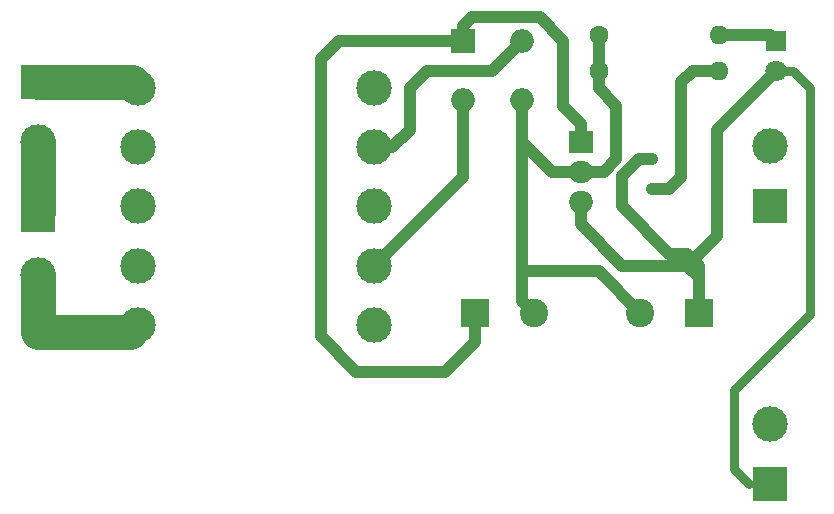
<source format=gbl>
G04 #@! TF.GenerationSoftware,KiCad,Pcbnew,5.0.2+dfsg1-1+deb10u1*
G04 #@! TF.CreationDate,2023-11-13T12:08:50+01:00*
G04 #@! TF.ProjectId,AlimentationSecteur2024v1,416c696d-656e-4746-9174-696f6e536563,rev?*
G04 #@! TF.SameCoordinates,Original*
G04 #@! TF.FileFunction,Copper,L2,Bot*
G04 #@! TF.FilePolarity,Positive*
%FSLAX46Y46*%
G04 Gerber Fmt 4.6, Leading zero omitted, Abs format (unit mm)*
G04 Created by KiCad (PCBNEW 5.0.2+dfsg1-1+deb10u1) date lun. 13 nov. 2023 12:08:50 CET*
%MOMM*%
%LPD*%
G01*
G04 APERTURE LIST*
G04 #@! TA.AperFunction,ComponentPad*
%ADD10C,3.000000*%
G04 #@! TD*
G04 #@! TA.AperFunction,ComponentPad*
%ADD11R,3.000000X3.000000*%
G04 #@! TD*
G04 #@! TA.AperFunction,ComponentPad*
%ADD12R,2.400000X2.400000*%
G04 #@! TD*
G04 #@! TA.AperFunction,ComponentPad*
%ADD13C,2.400000*%
G04 #@! TD*
G04 #@! TA.AperFunction,ComponentPad*
%ADD14R,2.000000X1.905000*%
G04 #@! TD*
G04 #@! TA.AperFunction,ComponentPad*
%ADD15O,2.000000X1.905000*%
G04 #@! TD*
G04 #@! TA.AperFunction,ComponentPad*
%ADD16C,1.600000*%
G04 #@! TD*
G04 #@! TA.AperFunction,ComponentPad*
%ADD17O,1.600000X1.600000*%
G04 #@! TD*
G04 #@! TA.AperFunction,ComponentPad*
%ADD18R,1.800000X1.800000*%
G04 #@! TD*
G04 #@! TA.AperFunction,ComponentPad*
%ADD19C,1.800000*%
G04 #@! TD*
G04 #@! TA.AperFunction,ComponentPad*
%ADD20O,2.000000X2.000000*%
G04 #@! TD*
G04 #@! TA.AperFunction,ComponentPad*
%ADD21R,2.000000X2.000000*%
G04 #@! TD*
G04 #@! TA.AperFunction,ViaPad*
%ADD22C,0.800000*%
G04 #@! TD*
G04 #@! TA.AperFunction,Conductor*
%ADD23C,1.000000*%
G04 #@! TD*
G04 #@! TA.AperFunction,Conductor*
%ADD24C,0.250000*%
G04 #@! TD*
G04 #@! TA.AperFunction,Conductor*
%ADD25C,3.000000*%
G04 #@! TD*
G04 #@! TA.AperFunction,Conductor*
%ADD26C,0.750000*%
G04 #@! TD*
G04 APERTURE END LIST*
D10*
G04 #@! TO.P,+ LED Output -,2*
G04 #@! TO.N,N/C*
X177500000Y-115920000D03*
D11*
G04 #@! TO.P,+ LED Output -,1*
X177500000Y-121000000D03*
G04 #@! TD*
D10*
G04 #@! TO.P,Inter 230v ,2*
G04 #@! TO.N,N/C*
X115500000Y-103330000D03*
D11*
G04 #@! TO.P,Inter 230v ,1*
X115500000Y-98250000D03*
G04 #@! TD*
D10*
G04 #@! TO.P,230v / 12v,1*
G04 #@! TO.N,N/C*
X124000000Y-107500000D03*
G04 #@! TO.P,230v / 12v,2*
X124000000Y-102500000D03*
G04 #@! TO.P,230v / 12v,3*
X124000000Y-97500000D03*
G04 #@! TO.P,230v / 12v,4*
X124000000Y-92500000D03*
G04 #@! TO.P,230v / 12v,5*
X124000000Y-87500000D03*
G04 #@! TO.P,230v / 12v,6*
X144000000Y-87500000D03*
G04 #@! TO.P,230v / 12v,7*
X144000000Y-92500000D03*
G04 #@! TO.P,230v / 12v,8*
X144000000Y-97500000D03*
G04 #@! TO.P,230v / 12v,9*
X144000000Y-102500000D03*
G04 #@! TO.P,230v / 12v,10*
X144000000Y-107500000D03*
G04 #@! TD*
D12*
G04 #@! TO.P,1000uF,1*
G04 #@! TO.N,N/C*
X152500000Y-106500000D03*
D13*
G04 #@! TO.P,1000uF,2*
X157500000Y-106500000D03*
G04 #@! TD*
D14*
G04 #@! TO.P,RIT 7805,1*
G04 #@! TO.N,N/C*
X161500000Y-92000000D03*
D15*
G04 #@! TO.P,RIT 7805,2*
X161500000Y-94540000D03*
G04 #@! TO.P,RIT 7805,3*
X161500000Y-97080000D03*
G04 #@! TD*
D16*
G04 #@! TO.P,1K,1*
G04 #@! TO.N,N/C*
X163000000Y-83000000D03*
D17*
G04 #@! TO.P,1K,2*
X173160000Y-83000000D03*
G04 #@! TD*
D16*
G04 #@! TO.P,1K,1*
G04 #@! TO.N,N/C*
X163000000Y-86000000D03*
D17*
G04 #@! TO.P,1K,2*
X173160000Y-86000000D03*
G04 #@! TD*
D13*
G04 #@! TO.P,1000uF,2*
G04 #@! TO.N,N/C*
X166500000Y-106500000D03*
D12*
G04 #@! TO.P,1000uF,1*
X171500000Y-106500000D03*
G04 #@! TD*
D11*
G04 #@! TO.P,Secteur 230v ,1*
G04 #@! TO.N,N/C*
X115500000Y-87000000D03*
D10*
G04 #@! TO.P,Secteur 230v ,2*
X115500000Y-92080000D03*
G04 #@! TD*
D18*
G04 #@! TO.P,LED,1*
G04 #@! TO.N,N/C*
X178000000Y-83500000D03*
D19*
G04 #@! TO.P,LED,2*
X178000000Y-86040000D03*
G04 #@! TD*
D20*
G04 #@! TO.P,B40R,4*
G04 #@! TO.N,N/C*
X156500000Y-83500000D03*
G04 #@! TO.P,B40R,2*
X151500000Y-88500000D03*
G04 #@! TO.P,B40R,3*
X156500000Y-88500000D03*
D21*
G04 #@! TO.P,B40R,1*
X151500000Y-83500000D03*
G04 #@! TD*
D11*
G04 #@! TO.P,0v  / +5v,1*
G04 #@! TO.N,N/C*
X177500000Y-97500000D03*
D10*
G04 #@! TO.P,0v  / +5v,2*
X177500000Y-92420000D03*
G04 #@! TD*
D22*
G04 #@! TO.N,*
X167500000Y-93500000D03*
X167500000Y-96040000D03*
G04 #@! TD*
D23*
G04 #@! TO.N,*
X152500000Y-106500000D02*
X152500000Y-109000000D01*
X154000000Y-86000000D02*
X148500000Y-86000000D01*
D24*
X123500000Y-87000000D02*
X124000000Y-87500000D01*
D25*
X115500000Y-87000000D02*
X123500000Y-87000000D01*
D24*
X115500000Y-87000000D02*
X117250000Y-87000000D01*
X123340000Y-108160000D02*
X124000000Y-107500000D01*
D25*
X115500000Y-108160000D02*
X123340000Y-108160000D01*
X115500000Y-92080000D02*
X115500000Y-98000000D01*
D23*
X163000000Y-103000000D02*
X166500000Y-106500000D01*
X156500000Y-103000000D02*
X163000000Y-103000000D01*
X156500000Y-103000000D02*
X156500000Y-105500000D01*
X161500000Y-90500000D02*
X161500000Y-92000000D01*
X151500000Y-83500000D02*
X151500000Y-82250000D01*
X158000000Y-81500000D02*
X160000000Y-83500000D01*
X152250000Y-81500000D02*
X158000000Y-81500000D01*
X151500000Y-82250000D02*
X152250000Y-81500000D01*
X160000000Y-83500000D02*
X160000000Y-89000000D01*
X160000000Y-89000000D02*
X161500000Y-90500000D01*
X159040000Y-94540000D02*
X156500000Y-92000000D01*
X156500000Y-88500000D02*
X156500000Y-92000000D01*
X161500000Y-94540000D02*
X159040000Y-94540000D01*
X156500000Y-92000000D02*
X156500000Y-103000000D01*
D24*
X171500000Y-103500000D02*
X171500000Y-106500000D01*
D23*
X170500000Y-102500000D02*
X171500000Y-103500000D01*
X165000000Y-102500000D02*
X170500000Y-102500000D01*
X161500000Y-97080000D02*
X161500000Y-99000000D01*
X161500000Y-99000000D02*
X165000000Y-102500000D01*
X163000000Y-86000000D02*
X163000000Y-83000000D01*
X163000000Y-86000000D02*
X163000000Y-87131370D01*
D24*
X177500000Y-83000000D02*
X178000000Y-83500000D01*
D23*
X173160000Y-83000000D02*
X177500000Y-83000000D01*
X178000000Y-86040000D02*
X173040000Y-91000000D01*
X163460000Y-94540000D02*
X161500000Y-94540000D01*
X164500000Y-89000000D02*
X164500000Y-93500000D01*
X164500000Y-93500000D02*
X163460000Y-94540000D01*
X168960000Y-96040000D02*
X167500000Y-96040000D01*
X170000000Y-95000000D02*
X168960000Y-96040000D01*
X170000000Y-90000000D02*
X170000000Y-95000000D01*
X171500000Y-102500000D02*
X171500000Y-106500000D01*
X167500000Y-93500000D02*
X167500000Y-93500000D01*
X165000000Y-97500000D02*
X169000000Y-101500000D01*
X169000000Y-101500000D02*
X170500000Y-101500000D01*
X165000000Y-94950000D02*
X165000000Y-97500000D01*
X166450000Y-93500000D02*
X165000000Y-94950000D01*
X167500000Y-93500000D02*
X166450000Y-93500000D01*
X167500000Y-96040000D02*
X167500000Y-96040000D01*
X151500000Y-95000000D02*
X151500000Y-88500000D01*
X150000000Y-96500000D02*
X151500000Y-95000000D01*
X163000000Y-87500000D02*
X164500000Y-89000000D01*
D24*
X163000000Y-87131370D02*
X163000000Y-87500000D01*
D23*
X150000000Y-111500000D02*
X142500000Y-111500000D01*
X142500000Y-111500000D02*
X139500000Y-108500000D01*
X139500000Y-108500000D02*
X139500000Y-85000000D01*
X141000000Y-83500000D02*
X151500000Y-83500000D01*
X139500000Y-85000000D02*
X141000000Y-83500000D01*
X147000000Y-91000000D02*
X145500000Y-92500000D01*
X147000000Y-87500000D02*
X147000000Y-91000000D01*
X156500000Y-83500000D02*
X154000000Y-86000000D01*
D24*
X145500000Y-92500000D02*
X144000000Y-92500000D01*
D23*
X148500000Y-86000000D02*
X147000000Y-87500000D01*
X144000000Y-102500000D02*
X150000000Y-96500000D01*
X156500000Y-105500000D02*
X157500000Y-106500000D01*
X152500000Y-109000000D02*
X150000000Y-111500000D01*
X173040000Y-99960000D02*
X171000000Y-102000000D01*
X173040000Y-91000000D02*
X173040000Y-99960000D01*
X170500000Y-101500000D02*
X171000000Y-102000000D01*
X171000000Y-102000000D02*
X171500000Y-102500000D01*
X173160000Y-86000000D02*
X171000000Y-86000000D01*
X170000000Y-87000000D02*
X170000000Y-90000000D01*
X171000000Y-86000000D02*
X170000000Y-87000000D01*
D25*
X115500000Y-108160000D02*
X115500000Y-103330000D01*
D26*
X178000000Y-86040000D02*
X179460000Y-86040000D01*
X179460000Y-86040000D02*
X180920000Y-87500000D01*
X180920000Y-87500000D02*
X180920000Y-106580000D01*
X175750000Y-121000000D02*
X174500000Y-119750000D01*
D24*
X177500000Y-121000000D02*
X175750000Y-121000000D01*
D26*
X180920000Y-106580000D02*
X174500000Y-113000000D01*
X174500000Y-119750000D02*
X174500000Y-113000000D01*
G04 #@! TD*
M02*

</source>
